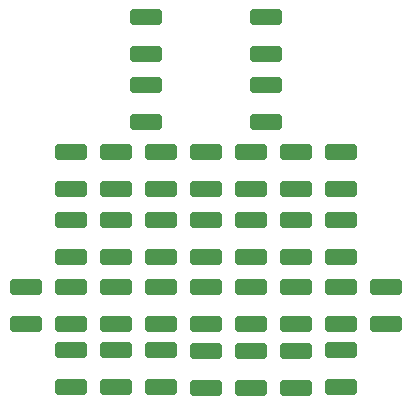
<source format=gbr>
%TF.GenerationSoftware,KiCad,Pcbnew,7.0.6*%
%TF.CreationDate,2023-12-21T21:59:25+03:00*%
%TF.ProjectId,_______ _____,21383b3e-3230-44f2-903f-3b3042302e6b,rev?*%
%TF.SameCoordinates,Original*%
%TF.FileFunction,Paste,Bot*%
%TF.FilePolarity,Positive*%
%FSLAX46Y46*%
G04 Gerber Fmt 4.6, Leading zero omitted, Abs format (unit mm)*
G04 Created by KiCad (PCBNEW 7.0.6) date 2023-12-21 21:59:25*
%MOMM*%
%LPD*%
G01*
G04 APERTURE LIST*
G04 Aperture macros list*
%AMRoundRect*
0 Rectangle with rounded corners*
0 $1 Rounding radius*
0 $2 $3 $4 $5 $6 $7 $8 $9 X,Y pos of 4 corners*
0 Add a 4 corners polygon primitive as box body*
4,1,4,$2,$3,$4,$5,$6,$7,$8,$9,$2,$3,0*
0 Add four circle primitives for the rounded corners*
1,1,$1+$1,$2,$3*
1,1,$1+$1,$4,$5*
1,1,$1+$1,$6,$7*
1,1,$1+$1,$8,$9*
0 Add four rect primitives between the rounded corners*
20,1,$1+$1,$2,$3,$4,$5,0*
20,1,$1+$1,$4,$5,$6,$7,0*
20,1,$1+$1,$6,$7,$8,$9,0*
20,1,$1+$1,$8,$9,$2,$3,0*%
G04 Aperture macros list end*
%ADD10RoundRect,0.250000X-1.100000X0.412500X-1.100000X-0.412500X1.100000X-0.412500X1.100000X0.412500X0*%
%ADD11RoundRect,0.250000X1.100000X-0.412500X1.100000X0.412500X-1.100000X0.412500X-1.100000X-0.412500X0*%
G04 APERTURE END LIST*
D10*
%TO.C,C6*%
X145557240Y-93490750D03*
X145557240Y-96615750D03*
%TD*%
D11*
%TO.C,C4*%
X153177240Y-102330750D03*
X153177240Y-99205750D03*
%TD*%
D10*
%TO.C,C39*%
X164607240Y-104920750D03*
X164607240Y-108045750D03*
%TD*%
D11*
%TO.C,C9*%
X149367240Y-102330750D03*
X149367240Y-99205750D03*
%TD*%
D10*
%TO.C,C21*%
X153177240Y-93490750D03*
X153177240Y-96615750D03*
%TD*%
D11*
%TO.C,C28*%
X137937240Y-102330750D03*
X137937240Y-99205750D03*
%TD*%
D10*
%TO.C,C24*%
X137937240Y-104920750D03*
X137937240Y-108045750D03*
%TD*%
D11*
%TO.C,C19*%
X156987240Y-113418250D03*
X156987240Y-110293250D03*
%TD*%
D10*
%TO.C,C12*%
X134127240Y-104920750D03*
X134127240Y-108045750D03*
%TD*%
D11*
%TO.C,C27*%
X137937240Y-113368250D03*
X137937240Y-110243250D03*
%TD*%
D10*
%TO.C,C42*%
X156987240Y-93490750D03*
X156987240Y-96615750D03*
%TD*%
%TO.C,C32*%
X160797240Y-104920750D03*
X160797240Y-108045750D03*
%TD*%
%TO.C,C41*%
X156987240Y-104920750D03*
X156987240Y-108045750D03*
%TD*%
%TO.C,C34*%
X154447240Y-87775750D03*
X154447240Y-90900750D03*
%TD*%
D11*
%TO.C,C15*%
X160797240Y-113368250D03*
X160797240Y-110243250D03*
%TD*%
%TO.C,C23*%
X160797240Y-102330750D03*
X160797240Y-99205750D03*
%TD*%
D10*
%TO.C,C13*%
X144287240Y-87775750D03*
X144287240Y-90900750D03*
%TD*%
D11*
%TO.C,C40*%
X145557240Y-113368250D03*
X145557240Y-110243250D03*
%TD*%
%TO.C,C33*%
X149367240Y-113418250D03*
X149367240Y-110293250D03*
%TD*%
D10*
%TO.C,C18*%
X145557240Y-104920750D03*
X145557240Y-108045750D03*
%TD*%
D11*
%TO.C,C38*%
X144287240Y-85185750D03*
X144287240Y-82060750D03*
%TD*%
D10*
%TO.C,C8*%
X149367240Y-93490750D03*
X149367240Y-96615750D03*
%TD*%
D11*
%TO.C,C16*%
X141747240Y-102330750D03*
X141747240Y-99205750D03*
%TD*%
D10*
%TO.C,C37*%
X153177240Y-104920750D03*
X153177240Y-108045750D03*
%TD*%
%TO.C,C43*%
X149367240Y-104920750D03*
X149367240Y-108045750D03*
%TD*%
D11*
%TO.C,C35*%
X145557240Y-102330750D03*
X145557240Y-99205750D03*
%TD*%
D10*
%TO.C,C20*%
X160797240Y-93490750D03*
X160797240Y-96615750D03*
%TD*%
%TO.C,C2*%
X141747240Y-93490750D03*
X141747240Y-96615750D03*
%TD*%
%TO.C,C22*%
X137937240Y-93490750D03*
X137937240Y-96615750D03*
%TD*%
D11*
%TO.C,C7*%
X141747240Y-113368250D03*
X141747240Y-110243250D03*
%TD*%
%TO.C,C1*%
X156987240Y-102380750D03*
X156987240Y-99255750D03*
%TD*%
%TO.C,C36*%
X154447240Y-85185750D03*
X154447240Y-82060750D03*
%TD*%
%TO.C,C31*%
X153177240Y-113418250D03*
X153177240Y-110293250D03*
%TD*%
D10*
%TO.C,C30*%
X141747240Y-104920750D03*
X141747240Y-108045750D03*
%TD*%
M02*

</source>
